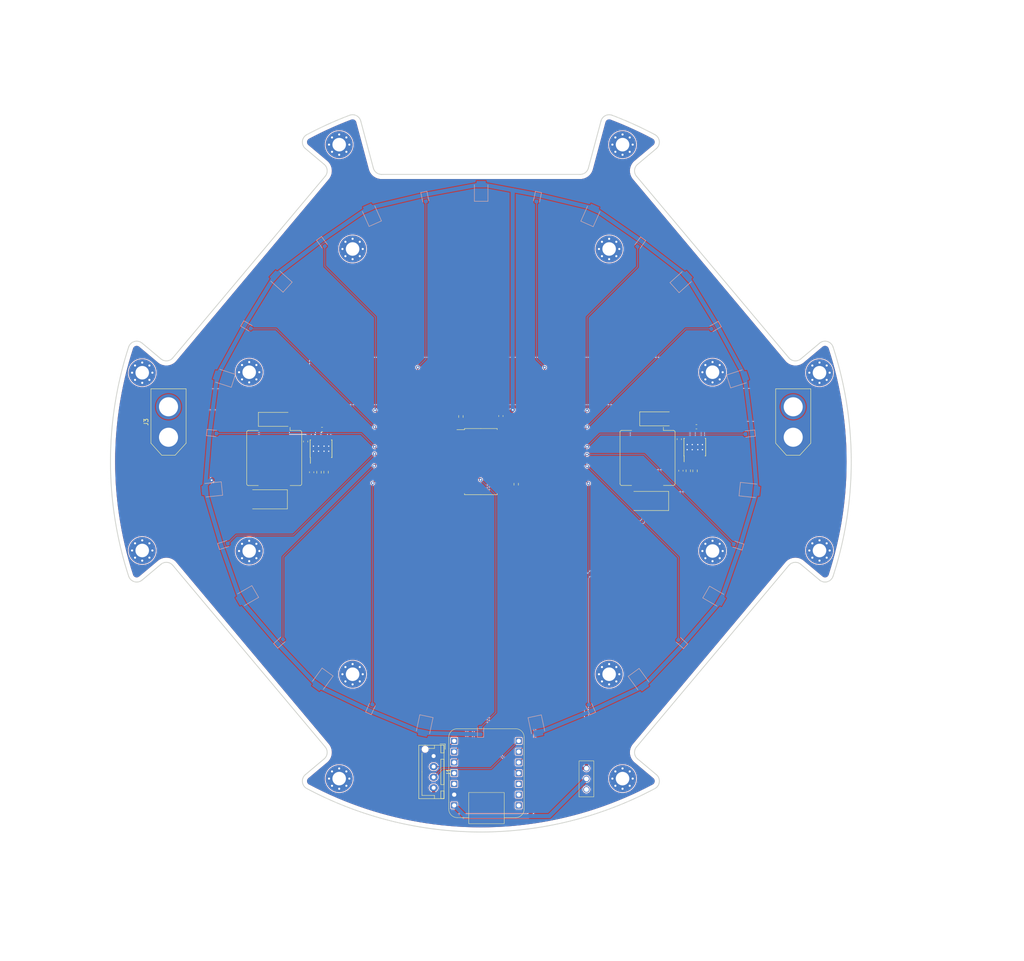
<source format=kicad_pcb>
(kicad_pcb (version 20240108) (generator "pcbnew") (generator_version "8.0")
  (layers (0 "F.Cu" signal) (31 "B.Cu" signal) (34 "B.Paste" user) (35 "F.Paste" user) (36 "B.SilkS" user "B.Silkscreen") (37 "F.SilkS" user "F.Silkscreen") (38 "B.Mask" user) (39 "F.Mask" user) (44 "Edge.Cuts" user))
  (net 0 "")
  (net 1 "+3V3")
  (net 2 "GND")
  (net 3 "Net-(U2-I3)")
  (net 4 "Net-(U2-I0)")
  (net 5 "Net-(U2-I1)")
  (net 6 "Net-(U2-I2)")
  (net 7 "Net-(U2-I4)")
  (net 8 "Net-(U2-I5)")
  (net 9 "Net-(U2-I6)")
  (net 10 "Net-(U2-I7)")
  (net 11 "Net-(U2-I8)")
  (net 12 "Net-(U2-I9)")
  (net 13 "Net-(U2-I10)")
  (net 14 "Net-(U2-I11)")
  (net 15 "Net-(U2-I12)")
  (net 16 "Net-(U2-I13)")
  (net 17 "Net-(U2-I14)")
  (net 18 "/M1")
  (net 19 "Net-(U2-~{E})")
  (net 21 "/ESP32C3 PWR")
  (net 40 "/S3")
  (net 41 "/S2")
  (net 42 "/S1")
  (net 43 "/S0")
  (net 45 "+12V")
  (net 46 "Net-(U4-BOOT)")
  (net 47 "Net-(D17-K)")
  (net 48 "Net-(U3-VSENSE)")
  (net 49 "Net-(U4-VSENSE)")
  (net 53 "+5V")
  (net 54 "Net-(U3-BOOT)")
  (net 55 "Net-(D16-K)")
  (net 59 "unconnected-(U1-D0-Pad0)")
  (net 60 "unconnected-(U1-D1-Pad1)")
  (net 61 "unconnected-(U1-D2-Pad2)")
  (net 190 "/RXL2")
  (net 191 "/TXL2")
  (footprint "Resistor_SMD:R_0603_1608Metric_Pad0.98x0.95mm_HandSolder" (layer "F.Cu") (at 68.44 107.49 -90)
    (property "Reference" "R19" (hide yes))
    (property "Value" "5k9" (hide yes))
  )
  (footprint "MountingHole:MountingHole_3.2mm_M3_Pad_Via" (layer "F.Cu") (at 71.53 179.89)
    (property "Reference" "H13" (hide yes))
    (property "Value" "MountingHole_Pad" (hide yes))
  )
  (footprint "MountingHole:MountingHole_3.2mm_M3_Pad_Via" (layer "F.Cu") (at 25 126)
    (property "Reference" "H10" (hide yes))
    (property "Value" "MountingHole_Pad" (hide yes))
  )
  (footprint "MountingHole:MountingHole_3.2mm_M3_Pad_Via" (layer "F.Cu") (at 185 84)
    (property "Reference" "H2" (hide yes))
    (property "Value" "MountingHole_Pad" (hide yes))
  )
  (footprint "MountingHole:MountingHole_3.2mm_M3_Pad_Via" (layer "F.Cu") (at 50.271569 126.119868)
    (property "Reference" "H11" (hide yes))
    (property "Value" "MountingHole_Pad" (hide yes))
  )
  (footprint "Capacitor_SMD:C_0603_1608Metric_Pad1.08x0.95mm_HandSolder" (layer "F.Cu") (at 65.03 107.51 90)
    (property "Reference" "C4" (hide yes))
    (property "Value" "0u1" (hide yes))
  )
  (footprint "MountingHole:MountingHole_3.2mm_M3_Pad_Via" (layer "F.Cu") (at 138.47 179.89)
    (property "Reference" "H14" (hide yes))
    (property "Value" "MountingHole_Pad" (hide yes))
  )
  (footprint "MountingHole:MountingHole_3.2mm_M3_Pad_Via" (layer "F.Cu") (at 159.728431 126.119868)
    (property "Reference" "H16" (hide yes))
    (property "Value" "MountingHole_Pad" (hide yes))
  )
  (footprint "Capacitor_Tantalum_SMD:CP_EIA-7343-15_Kemet-W_Pad2.25x2.55mm_HandSolder" (layer "F.Cu") (at 54.71 113.91 180)
    (property "Reference" "C3" (hide yes))
    (property "Value" "220u" (hide yes))
  )
  (footprint "MountingHole:MountingHole_3.2mm_M3_Pad_Via" (layer "F.Cu") (at 159.728431 83.880132)
    (property "Reference" "H3" (hide yes))
    (property "Value" "MountingHole_Pad" (hide yes))
  )
  (footprint "Inductor_SMD:L_Bourns_SRR1208_12.7x12.7mm" (layer "F.Cu") (at 144.372701 104.129248 -90)
    (property "Reference" "L2" (hide yes))
    (property "Value" "15uH" (hide yes))
  )
  (footprint "Connector_AMASS:AMASS_XT60-M_1x02_P7.20mm_Vertical" (layer "F.Cu") (at 31.21 99.25 90)
    (property "Reference" "J3")
    (property "Value" "Conn_01x02")
  )
  (footprint "Connector_JST:JST_XH_B4B-XH-AM_1x04_P2.50mm_Vertical" (layer "F.Cu") (at 93.84 174.56 -90)
    (property "Reference" "J1")
    (property "Value" "Conn_01x04")
  )
  (footprint "MountingHole:MountingHole_3.2mm_M3_Pad_Via" (layer "F.Cu") (at 74.697498 54.770443)
    (property "Reference" "H7" (hide yes))
    (property "Value" "MountingHole_Pad" (hide yes))
  )
  (footprint "Board:xiao-esp32c3" (layer "F.Cu") (at 106.32 178.6 180)
    (property "Reference" "U1" (hide yes))
    (property "Value" "~" (hide yes))
  )
  (footprint "MountingHole:MountingHole_3.2mm_M3_Pad_Via" (layer "F.Cu") (at 185 126)
    (property "Reference" "H1" (hide yes))
    (property "Value" "MountingHole_Pad" (hide yes))
  )
  (footprint "Connector_AMASS:AMASS_XT60-M_1x02_P7.20mm_Vertical" (layer "F.Cu") (at 178.79 99.25 90)
    (property "Reference" "J2" (hide yes))
    (property "Value" "Conn_01x02" (hide yes))
  )
  (footprint "Button_Switch_THT:SS12D00G3-2.5mm" (layer "F.Cu") (at 129.94 179.95 -90)
    (property "Reference" "SW1" (hide yes))
    (property "Value" "SW_SPDT" (hide yes))
  )
  (footprint "Resistor_SMD:R_0603_1608Metric_Pad0.98x0.95mm_HandSolder" (layer "F.Cu") (at 155.602701 107.189248 -90)
    (property "Reference" "R21" (hide yes))
    (property "Value" "3k24" (hide yes))
  )
  (footprint "MountingHole:MountingHole_3.2mm_M3_Pad_Via" (layer "F.Cu") (at 138.47 30.12)
    (property "Reference" "H5" (hide yes))
    (property "Value" "MountingHole_Pad" (hide yes))
  )
  (footprint "Resistor_SMD:R_0603_1608Metric_Pad0.98x0.95mm_HandSolder" (layer "F.Cu") (at 66.76 107.51 90)
    (property "Reference" "R18" (hide yes))
    (property "Value" "10k" (hide yes))
  )
  (footprint "MountingHole:MountingHole_3.2mm_M3_Pad_Via" (layer "F.Cu") (at 135.302502 155.229557)
    (property "Reference" "H15" (hide yes))
    (property "Value" "MountingHole_Pad" (hide yes))
  )
  (footprint "Package_SO:TI_SO-PowerPAD-8_ThermalVias" (layer "F.Cu") (at 67.25 101.95 90)
    (property "Reference" "U3" (hide yes))
    (property "Value" "TPS5430DDA" (hide yes))
  )
  (footprint "Resistor_SMD:R_0603_1608Metric_Pad0.98x0.95mm_HandSolder" (layer "F.Cu") (at 113.35 110.34 -90)
    (property "Reference" "R17" (hide yes))
    (property "Value" "10k" (hide yes))
  )
  (footprint "Capacitor_SMD:C_0603_1608Metric_Pad1.08x0.95mm_HandSolder" (layer "F.Cu") (at 109.728 94.234 90)
    (property "Reference" "C6" (hide yes))
    (property "Value" "0.1u" (hide yes))
  )
  (footprint "Capacitor_SMD:C_0603_1608Metric_Pad1.08x0.95mm_HandSolder" (layer "F.Cu") (at 67.47 97.41)
    (property "Reference" "C1" (hide yes))
    (property "Value" "10u" (hide yes))
  )
  (footprint "MountingHole:MountingHole_3.2mm_M3_Pad_Via" (layer "F.Cu") (at 71.53 30.12)
    (property "Reference" "H6" (hide yes))
    (property "Value" "MountingHole_Pad" (hide yes))
  )
  (footprint "MountingHole:MountingHole_3.2mm_M3_Pad_Via" (layer "F.Cu") (at 74.697498 155.229557)
    (property "Reference" "H12" (hide yes))
    (property "Value" "MountingHole_Pad" (hide yes))
  )
  (footprint "MountingHole:MountingHole_3.2mm_M3_Pad_Via" (layer "F.Cu") (at 25 84)
    (property "Reference" "H9" (hide yes))
    (property "Value" "MountingHole_Pad" (hide yes))
  )
  (footprint "Capacitor_SMD:C_0603_1608Metric_Pad1.08x0.95mm_HandSolder" (layer "F.Cu") (at 63.6 100.25 90)
    (property "Reference" "C2" (hide yes))
    (property "Value" "10n" (hide yes))
  )
  (footprint "MountingHole:MountingHole_3.2mm_M3_Pad_Via" (layer "F.Cu") (at 50.271569 83.880132)
    (property "Reference" "H8" (hide yes))
    (property "Value" "MountingHole_Pad" (hide yes))
  )
  (footprint "Resistor_SMD:R_0603_1608Metric_Pad0.98x0.95mm_HandSolder" (layer "F.Cu") (at 100.28 94.3375 90)
    (property "Reference" "R16" (hide yes))
    (property "Value" "3k24" (hide yes))
  )
  (footprint "MountingHole:MountingHole_3.2mm_M3_Pad_Via" (layer "F.Cu") (at 135.302502 54.770443)
    (property "Reference" "H4" (hide yes))
    (property "Value" "MountingHole_Pad" (hide yes))
  )
  (footprint "Capacitor_SMD:C_0603_1608Metric_Pad1.08x0.95mm_HandSolder" (layer "F.Cu") (at 152.252701 107.149248 90)
    (property "Reference" "C9" (hide yes))
    (property "Value" "0u1" (hide yes))
  )
  (footprint "Capacitor_Tantalum_SMD:CP_EIA-7343-15_Kemet-W_Pad2.25x2.55mm_HandSolder" (layer "F.Cu") (at 144.772701 114.299248 180)
    (property "Reference" "C8" (hide yes))
    (property "Value" "220u" (hide yes))
  )
  (footprint "Package_SO:TI_SO-PowerPAD-8_ThermalVias" (layer "F.Cu") (at 155.542701 101.579248 90)
    (property "Reference" "U4" (hide yes))
    (property "Value" "TPS5430DDA" (hide yes))
  )
  (footprint "Capacitor_SMD:C_0603_1608Metric_Pad1.08x0.95mm_HandSolder" (layer "F.Cu") (at 155.922701 96.769248)
    (property "Reference" "C5" (hide yes))
    (property "Value" "10u" (hide yes))
  )
  (footprint "Inductor_SMD:L_Bourns_SRR1208_12.7x12.7mm" (layer "F.Cu") (at 56.18 104.15 -90)
    (property "Reference" "L1" (hide yes))
    (property "Value" "15uH" (hide yes))
  )
  (footprint "Capacitor_SMD:C_0603_1608Metric_Pad1.08x0.95mm_HandSolder" (layer "F.Cu") (at 151.872701 99.699248 90)
    (property "Reference" "C7" (hide yes))
    (property "Value" "10n" (hide yes))
  )
  (footprint "Diode_SMD:D_SMA_Handsoldering" (layer "F.Cu") (at 147.032701 94.899248)
    (property "Reference" "D17" (hide yes))
    (property "Value" "SS54" (hide yes))
  )
  (footprint "Resistor_SMD:R_0603_1608Metric_Pad0.98x0.95mm_HandSolder" (layer "F.Cu") (at 154.002701 107.169248 90)
    (property "Reference" "R20" (hide yes))
    (property "Value" "10k" (hide yes))
  )
  (footprint "Diode_SMD:D_SMA_Handsoldering" (layer "F.Cu") (at 56.96 95.02)
    (property "Reference" "D16" (hide yes))
    (property "Value" "SS54" (hide yes))
  )
  (footprint "Package_SO:SOIC-24W_7.5x15.4mm_P1.27mm" (layer "F.Cu") (at 105 105)
    (property "Reference" "U2" (hide yes))
    (property "Value" "CD74HC4067M" (hide yes))
  )
  (footprint "LED_SMD:LED_0603_1608Metric" (layer "B.Cu") (at 79.051332 163.109561 66)
    (property "Reference" "R2" (hide yes))
    (property "Value" "R_Photo" (hide yes))
  )
  (footprint "LED_SMD:LED_0603_1608Metric" (layer "B.Cu") (at 67.649978 53.473014 -54)
    (property "Reference" "R7" (hide yes))
    (property "Value" "R_Photo" (hide yes))
  )
  (footprint "LED_SMD:LED_PLCC_2835_Handsoldering" (layer "B.Cu") (at 41.342759 111.615233 -174)
    (property "Reference" "D14" (hide yes))
    (property "Value" "LED" (hide yes))
  )
  (footprint "LED_SMD:LED_0603_1608Metric" (layer "B.Cu") (at 160.148857 73.240622 -150)
    (property "Reference" "R11" (hide yes))
    (property "Value" "R_Photo" (hide yes))
  )
  (footprint "LED_SMD:LED_0603_1608Metric" (layer "B.Cu") (at 41.715944 98.278192 -6)
    (property "Reference" "R5" (hide yes))
    (property "Value" "R_Photo" (hide yes))
  )
  (footprint "LED_SMD:LED_PLCC_2835_Handsoldering" (layer "B.Cu") (at 118.232988 167.61704 -78)
    (property "Reference" "D3" (hide yes))
    (property "Value" "LED" (hide yes))
  )
  (footprint "LED_SMD:LED_0603_1608Metric" (layer "B.Cu") (at 49.921143 73.119378 -30)
    (property "Reference" "R6" (hide yes))
    (property "Value" "R_Photo" (hide yes))
  )
  (footprint "LED_SMD:LED_PLCC_2835_Handsoldering" (layer "B.Cu") (at 79.03737 46.502586 114)
    (property "Reference" "D11" (hide yes))
    (property "Value" "LED" (hide yes))
  )
  (footprint "LED_SMD:LED_PLCC_2835_Handsoldering" (layer "B.Cu") (at 142.55758 156.821171 -54)
    (property "Reference" "D4" (hide yes))
    (property "Value" "LED" (hide yes))
  )
  (footprint "LED_SMD:LED_PLCC_2835_Handsoldering" (layer "B.Cu") (at 152.611453 62.231377 42)
    (property "Reference" "D8" (hide yes))
    (property "Value" "LED" (hide yes))
  )
  (footprint "LED_SMD:LED_0603_1608Metric" (layer "B.Cu") (at 152.246898 147.635492 138)
    (property "Reference" "R14" (hide yes))
    (property "Value" "R_Photo" (hide yes))
  )
  (footprint "LED_SMD:LED_0603_1608Metric" (layer "B.Cu") (at 57.659424 147.531452 42)
    (property "Reference" "R3" (hide yes))
    (property "Value" "R_Photo" (hide yes))
  )
  (footprint "LED_SMD:LED_PLCC_2835_Handsoldering" (layer "B.Cu") (at 44.155559 85.151584 162)
    (property "Reference" "D13" (hide yes))
    (property "Value" "LED" (hide yes))
  )
  (footprint "LED_SMD:LED_PLCC_2835_Handsoldering" (layer "B.Cu") (at 131.099661 46.563596 66)
    (property "Reference" "D9" (hide yes))
    (property "Value" "LED" (hide yes))
  )
  (footprint "LED_SMD:LED_PLCC_2835_Handsoldering" (layer "B.Cu") (at 105.075 41 90)
    (property "Reference" "D10" (hide yes))
    (property "Value" "LED" (hide yes))
  )
  (footprint "LED_SMD:LED_PLCC_2835_Handsoldering" (layer "B.Cu") (at 168.641562 111.76441 -6)
    (property "Reference" "D6" (hide yes))
    (property "Value" "LED" (hide yes))
  )
  (footprint "LED_SMD:LED_0603_1608Metric" (layer "B.Cu") (at 44.453132 124.599268 18)
    (property "Reference" "R4" (hide yes))
    (property "Value" "R_Photo" (hide yes))
  )
  (footprint "LED_SMD:LED_PLCC_2835_Handsoldering" (layer "B.Cu") (at 49.536874 136.935048 -150)
    (property "Reference" "D15" (hide yes))
    (property "Value" "LED" (hide yes))
  )
  (footprint "LED_SMD:LED_PLCC_2835_Handsoldering" (layer "B.Cu") (at 91.620291 167.585853 -102)
    (property "Reference" "D2" (hide yes))
    (property "Value" "LED" (hide yes))
  )
  (footprint "LED_SMD:LED_0603_1608Metric" (layer "B.Cu") (at 165.503606 124.732415 162)
    (property "Reference" "R13" (hide yes))
    (property "Value" "R_Photo" (hide yes))
  )
  (footprint "LED_SMD:LED_0603_1608Metric" (layer "B.Cu") (at 91.83697 42.736133 -78)
    (property "Reference" "R8" (hide yes))
    (property "Value" "R_Photo" (hide yes))
  )
  (footprint "LED_SMD:LED_0603_1608Metric" (layer "B.Cu") (at 142.463285 53.555303 -126)
    (property "Reference" "R10" (hide yes))
    (property "Value" "R_Photo" (hide yes))
  )
  (footprint "LED_SMD:LED_0603_1608Metric" (layer "B.Cu") (at 118.29997 42.765241 -102)
    (property "Reference" "R9" (hide yes))
    (property "Value" "R_Photo" (hide yes))
  )
  (footprint "LED_SMD:LED_0603_1608Metric" (layer "B.Cu") (at 104.93 168.64 90)
    (property "Reference" "R1" (hide yes))
    (property "Value" "R_Photo" (hide yes))
  )
  (footprint "LED_SMD:LED_PLCC_2835_Handsoldering" (layer "B.Cu") (at 67.321068 156.733004 -126)
    (property "Reference" "D1" (hide yes))
    (property "Value" "LED" (hide yes))
  )
  (footprint "LED_SMD:LED_PLCC_2835_Handsoldering" (layer "B.Cu") (at 160.388126 137.064951 -30)
    (property "Reference" "D5" (hide yes))
    (property "Value" "LED" (hide yes))
  )
  (footprint "LED_SMD:LED_PLCC_2835_Handsoldering" (layer "B.Cu") (at 165.890793 85.294241 18)
    (property "Reference" "D7" (hide yes))
    (property "Value" "LED" (hide yes))
  )
  (footprint "LED_SMD:LED_PLCC_2835_Handsoldering" (layer "B.Cu") (at 57.488916 62.119906 138)
    (property "Reference" "D12" (hide yes))
    (property "Value" "LED" (hide yes))
  )
  (footprint "LED_SMD:LED_0603_1608Metric" (layer "B.Cu") (at 168.29869 98.417425 -174)
    (property "Reference" "R12" (hide yes))
    (property "Value" "R_Photo" (hide yes))
  )
  (footprint "LED_SMD:LED_0603_1608Metric" (layer "B.Cu") (at 130.820772 163.166504 114)
    (property "Reference" "R15" (hide yes))
    (property "Value" "R_Photo" (hide yes))
  )
  (gr_arc (start 81.534654 37.147451) (mid 80.317165 36.734136) (end 79.602802 35.665089) (stroke (width 0.2)) (layer "Edge.Cuts"))
  (gr_line (start 177.770231 80.48993) (end 141.774125 37.591442) (stroke (width 0.2)) (layer "Edge.Cuts"))
  (gr_arc (start 142.020638 175.226223) (mid 141.31382 173.868444) (end 141.774125 172.408558) (stroke (width 0.2)) (layer "Edge.Cuts"))
  (gr_arc (start 177.770231 129.51007) (mid 179.128003 128.803254) (end 180.587895 129.263556) (stroke (width 0.2)) (layer "Edge.Cuts"))
  (gr_line (start 79.602802 35.665089) (end 76.620669 24.535616) (stroke (width 0.2)) (layer "Edge.Cuts"))
  (gr_arc (start 133.379331 24.535616) (mid 134.399538 23.273135) (end 136.020216 23.183155) (stroke (width 0.2)) (layer "Edge.Cuts"))
  (gr_line (start 133.379331 24.535616) (end 130.397198 35.665089) (stroke (width 0.2)) (layer "Edge.Cuts"))
  (gr_line (start 24.979868 132.982645) (end 29.412105 129.263556) (stroke (width 0.2)) (layer "Edge.Cuts"))
  (gr_arc (start 146.106887 182.242954) (mid 105 192.5) (end 63.893113 182.242954) (stroke (width 0.2)) (layer "Edge.Cuts"))
  (gr_arc (start 63.893113 27.757046) (mid 68.864009 25.310351) (end 73.979784 23.183155) (stroke (width 0.2)) (layer "Edge.Cuts"))
  (gr_arc (start 29.412105 129.263556) (mid 30.871999 128.803231) (end 32.229769 129.51007) (stroke (width 0.2)) (layer "Edge.Cuts"))
  (gr_line (start 146.452876 178.945311) (end 142.020638 175.226223) (stroke (width 0.2)) (layer "Edge.Cuts"))
  (gr_line (start 29.412105 80.736444) (end 24.979868 77.017355) (stroke (width 0.2)) (layer "Edge.Cuts"))
  (gr_line (start 185.020132 77.017355) (end 180.587895 80.736444) (stroke (width 0.2)) (layer "Edge.Cuts"))
  (gr_arc (start 73.979784 23.183155) (mid 75.600465 23.273128) (end 76.620669 24.535616) (stroke (width 0.2)) (layer "Edge.Cuts"))
  (gr_arc (start 32.229769 80.48993) (mid 30.871997 81.196746) (end 29.412105 80.736444) (stroke (width 0.2)) (layer "Edge.Cuts"))
  (gr_arc (start 141.774125 37.591442) (mid 141.313845 36.131567) (end 142.020638 34.773777) (stroke (width 0.2)) (layer "Edge.Cuts"))
  (gr_line (start 142.020638 34.773777) (end 146.452876 31.054689) (stroke (width 0.2)) (layer "Edge.Cuts"))
  (gr_line (start 141.774125 172.408558) (end 177.770231 129.51007) (stroke (width 0.2)) (layer "Edge.Cuts"))
  (gr_arc (start 146.106887 27.757046) (mid 147.156383 29.313905) (end 146.452876 31.054689) (stroke (width 0.2)) (layer "Edge.Cuts"))
  (gr_arc (start 185.020132 77.017355) (mid 186.856634 76.626817) (end 188.207595 77.930718) (stroke (width 0.2)) (layer "Edge.Cuts"))
  (gr_line (start 128.465346 37.147451) (end 81.534654 37.147451) (stroke (width 0.2)) (layer "Edge.Cuts"))
  (gr_arc (start 67.979362 34.773777) (mid 68.686205 36.131563) (end 68.225875 37.591442) (stroke (width 0.2)) (layer "Edge.Cuts"))
  (gr_arc (start 24.979868 132.982645) (mid 23.143375 133.373184) (end 21.792405 132.069282) (stroke (width 0.2)) (layer "Edge.Cuts"))
  (gr_line (start 68.225875 37.591442) (end 32.229769 80.48993) (stroke (width 0.2)) (layer "Edge.Cuts"))
  (gr_line (start 32.229769 129.51007) (end 68.225875 172.408558) (stroke (width 0.2)) (layer "Edge.Cuts"))
  (gr_arc (start 21.792405 77.930718) (mid 23.143367 76.626786) (end 24.979868 77.017355) (stroke (width 0.2)) (layer "Edge.Cuts"))
  (gr_arc (start 180.587895 80.736444) (mid 179.128001 81.196769) (end 177.770231 80.48993) (stroke (width 0.2)) (layer "Edge.Cuts"))
  (gr_line (start 180.587895 129.263556) (end 185.020132 132.982645) (stroke (width 0.2)) (layer "Edge.Cuts"))
  (gr_arc (start 188.207595 132.069282) (mid 186.856633 133.373214) (end 185.020132 132.982645) (stroke (width 0.2)) (layer "Edge.Cuts"))
  (gr_line (start 67.979362 175.226223) (end 63.547124 178.945311) (stroke (width 0.2)) (layer "Edge.Cuts"))
  (gr_line (start 63.547124 31.054689) (end 67.979362 34.773777) (stroke (width 0.2)) (layer "Edge.Cuts"))
  (gr_arc (start 146.452876 178.945311) (mid 147.156382 180.686095) (end 146.106887 182.242954) (stroke (width 0.2)) (layer "Edge.Cuts"))
  (gr_arc (start 68.225875 172.408558) (mid 68.686155 173.868433) (end 67.979362 175.226223) (stroke (width 0.2)) (layer "Edge.Cuts"))
  (gr_arc (start 21.792405 132.069282) (mid 17.500001 105) (end 21.792405 77.930718) (stroke (width 0.2)) (layer "Edge.Cuts"))
  (gr_arc (start 136.020216 23.183155) (mid 141.135991 25.310352) (end 146.106887 27.757046) (stroke (width 0.2)) (layer "Edge.Cuts"))
  (gr_arc (start 188.207595 77.930718) (mid 192.499999 105) (end 188.207595 132.069282) (stroke (width 0.2)) (layer "Edge.Cuts"))
  (gr_arc (start 63.547124 31.054689) (mid 62.843618 29.313905) (end 63.893113 27.757046) (stroke (width 0.2)) (layer "Edge.Cuts"))
  (gr_arc (start 63.893113 182.242954) (mid 62.843617 180.686095) (end 63.547124 178.945311) (stroke (width 0.2)) (layer "Edge.Cuts"))
  (gr_arc (start 130.397198 35.665089) (mid 129.682884 36.7342) (end 128.465346 37.147451) (stroke (width 0.2)) (layer "Edge.Cuts"))
  (segment (start 41.64 109.15) (end 41.395 109.395) (width 1) (layer "F.Cu") (net 1))
  (segment (start 57.91 113.91) (end 57.91 110.88) (width 1) (layer "F.Cu") (net 1))
  (segment (start 64.2525 109.15) (end 65.03 108.3725) (width 1) (layer "F.Cu") (net 1))
  (segment (start 41.395 109.395) (end 41.35 109.44) (width 1) (layer "F.Cu") (net 1))
  (segment (start 65.03 108.3725) (end 66.71 108.3725) (width 1) (layer "F.Cu") (net 1))
  (segment (start 109.728 95.0965) (end 110.203 95.0965) (width 1) (layer "F.Cu") (net 1))
  (segment (start 110.203 95.0965) (end 112.52 92.7795) (width 1) (layer "F.Cu") (net 1))
  (segment (start 56.18 109.15) (end 64.2525 109.15) (width 1) (layer "F.Cu") (net 1))
  (segment (start 56.18 109.15) (end 41.64 109.15) (width 1) (layer "F.Cu") (net 1))
  (segment (start 109.728 95.0965) (end 109.728 97.937) (width 1) (layer "F.Cu") (net 1))
  (segment (start 109.728 97.937) (end 109.65 98.015) (width 1) (layer "F.Cu") (net 1))
  (via (at 112.52 92.7795) (size 0.8) (drill 0.4) (layers "F.Cu" "B.Cu") (net 1))
  (via (at 41.395 109.395) (size 0.8) (drill 0.4) (layers "F.Cu" "B.Cu") (net 1))
  (segment (start 118.4637 41.99495) (end 131.719934 45.170439) (width 1) (layer "B.Cu") (net 1))
  (segment (start 46.110286 78.450286) (end 42.705198 84.680333) (width 1) (layer "B.Cu") (net 1))
  (segment (start 108.5 40.119635) (end 105.075 39.475) (width 1) (layer "B.Cu") (net 1))
  (segment (start 153.744749 61.210953) (end 142.926166 52.918202) (width 1) (layer "B.Cu") (net 1))
  (segment (start 91.303226 169.077528) (end 104.93 169.4275) (width 1) (layer "B.Cu") (net 1))
  (segment (start 39.826113 110.668579) (end 39.826113 111.774639) (width 1) (layer "B.Cu") (net 1))
  (segment (start 43.704175 124.842619) (end 48.216185 137.697548) (width 1) (layer "B.Cu") (net 1))
  (segment (start 67.187097 52.835913) (end 56.35562 61.099482) (width 1) (layer "B.Cu") (net 1))
  (segment (start 39.540752 112.06) (end 39.826113 111.774639) (width 1) (layer "B.Cu") (net 1))
  (segment (start 78.417097 45.109429) (end 67.187097 52.835913) (width 1) (layer "B.Cu") (net 1))
  (segment (start 42.705198 84.680333) (end 40.932758 98.195876) (width 1) (layer "B.Cu") (net 1))
  (segment (start 39.826113 111.774639) (end 43.704175 124.842619) (width 1) (layer "B.Cu") (net 1))
  (segment (start 131.141077 163.885921) (end 143.453953 158.054922) (width 1) (layer "B.Cu") (net 1))
  (segment (start 160.830852 72.846872) (end 153.744749 61.210953) (width 1) (layer "B.Cu") (net 1))
  (segment (start 170.158208 111.923816) (end 169.081876 98.335109) (width 1) (layer "B.Cu") (net 1))
  (segment (start 161.708815 137.827451) (end 166.252563 124.975766) (width 1) (layer "B.Cu") (net 1))
  (segment (start 112.52 92.7795) (end 112.52 40.892494) (width 1) (layer "B.Cu") (net 1))
  (segment (start 142.926166 52.918202) (end 131.719934 45.170439) (width 1) (layer "B.Cu") (net 1))
  (segment (start 41.395 109.395) (end 41.099692 109.395) (width 1) (layer "B.Cu") (net 1))
  (segment (start 112.5 40.872494) (end 108.5 40.119635) (width 1) (layer "B.Cu") (net 1))
  (segment (start 112.52 40.892494) (end 112.5 40.872494) (width 1) (layer "B.Cu") (net 1))
  (segment (start 48.216185 137.697548) (end 57.074197 148.058392) (width 1) (layer "B.Cu") (net 1))
  (segment (start 118.4637 41.99495) (end 112.5 40.872494) (width 1) (layer "B.Cu") (net 1))
  (segment (start 169.081876 98.335109) (end 167.341154 84.82299) (width 1) (layer "B.Cu") (net 1))
  (segment (start 118.550053 169.108715) (end 131.141077 163.885921) (width 1) (layer "B.Cu") (net 1))
  (segment (start 152.832125 148.162432) (end 161.708815 137.827451) (width 1) (layer "B.Cu") (net 1))
  (segment (start 78.731027 163.828978) (end 91.303226 169.077528) (width 1) (layer "B.Cu") (net 1))
  (segment (start 57.074197 148.058392) (end 66.424695 157.966755) (width 1) (layer "B.Cu") (net 1))
  (segment (start 91.67324 41.965842) (end 78.417097 45.109429) (width 1) (layer "B.Cu") (net 1))
  (segment (start 40.932758 98.195876) (end 39.826113 111.774639) (width 1) (layer "B.Cu") (net 1))
  (segment (start 66.424695 157.966755) (end 78.731027 163.828978) (width 1) (layer "B.Cu") (net 1))
  (segment (start 167.341154 84.82299) (end 160.830852 72.846872) (width 1) (layer "B.Cu") (net 1))
  (segment (start 41.099692 109.395) (end 39.826113 110.668579) (width 1) (layer "B.Cu") (net 1))
  (segment (start 56.35562 61.099482) (end 49.239148 72.725628) (width 1) (layer "B.Cu") (net 1))
  (segment (start 166.252563 124.975766) (end 170.158208 111.923816) (width 1) (layer "B.Cu") (net 1))
  (segment (start 143.453953 158.054922) (end 152.832125 148.162432) (width 1) (layer "B.Cu") (net 1))
  (segment (start 105.075 39.475) (end 91.67324 41.965842) (width 1) (layer "B.Cu") (net 1))
  (segment (start 49.239148 72.725628) (end 46.110286 78.450286) (width 1) (layer "B.Cu") (net 1))
  (segment (start 40.932758 97.718259) (end 40.932758 98.195876) (width 1) (layer "B.Cu") (net 1))
  (segment (start 80.931738 104.231853) (end 100.306738 104.231853) (width 0.25) (layer "F.Cu") (net 3))
  (segment (start 79.876738 103.176853) (end 80.931738 104.231853) (width 0.25) (layer "F.Cu") (net 3))
  (via (at 79.876738 103.176853) (size 0.8) (drill 0.4) (layers "F.Cu" "B.Cu") (net 3))
  (segment (start 79.876738 103.176853) (end 79.866738 103.146853) (width 0.25) (layer "B.Cu") (net 3))
  (segment (start 60.703591 122.35) (end 79.876738 103.176853) (width 0.25) (layer "B.Cu") (net 3))
  (segment (start 45.202089 124.355917) (end 47.208006 122.35) (width 0.25) (layer "B.Cu") (net 3))
  (segment (start 47.208006 122.35) (end 60.703591 122.35) (width 0.25) (layer "B.Cu") (net 3))
  (segment (start 103.815 108.175) (end 100.35 108.175) (width 0.25) (layer "F.Cu") (net 4))
  (segment (start 104.93 109.29) (end 103.815 108.175) (width 0.25) (layer "F.Cu") (net 4))
  (via (at 104.93 109.29) (size 0.8) (drill 0.4) (layers "F.Cu" "B.Cu") (net 4))
  (segment (start 104.93 167.8525) (end 108.525 164.2575) (width 0.25) (layer "B.Cu") (net 4))
  (segment (start 108.525 112.885) (end 104.93 109.29) (width 0.25) (layer "B.Cu") (net 4))
  (segment (start 108.525 164.2575) (end 108.525 112.885) (width 0.25) (layer "B.Cu") (net 4))
  (segment (start 79.452104 110.083057) (end 82.687104 106.848057) (width 0.25) (layer "F.Cu") (net 5))
  (segment (start 82.687104 106.848057) (end 100.222104 106.848057) (width 0.25) (layer "F.Cu") (net 5))
  (via (at 79.452104 110.083057) (size 0.8) (drill 0.4) (layers "F.Cu" "B.Cu") (net 5))
  (segment (start 79.422104 110.083057) (end 79.452104 110.083057) (width 0.25) (layer "B.Cu") (net 5))
  (segment (start 79.371637 162.390144) (end 79.371637 110.133524) (width 0.25) (layer "B.Cu") (net 5))
  (segment (start 79.452104 110.083057) (end 79.452104 110.053057) (width 0.25) (layer "B.Cu") (net 5))
  (segment (start 79.371637 110.133524) (end 79.422104 110.083057) (width 0.25) (layer "B.Cu") (net 5))
  (segment (start 79.452104 110.053057) (end 79.472104 110.033057) (width 0.25) (layer "B.Cu") (net 5))
  (segment (start 79.806322 105.98596) (end 80.261322 105.53096) (width 0.25) (layer "F.Cu") (net 6))
  (segment (start 80.261322 105.53096) (end 100.256322 105.53096) (width 0.25) (layer "F.Cu") (net 6))
  (via (at 79.806322 105.98596) (size 0.8) (drill 0.4) (layers "F.Cu" "B.Cu") (net 6))
  (segment (start 58.244651 147.004512) (end 58.244651 127.507631) (width 0.25) (layer "B.Cu") (net 6))
  (segment (start 58.244651 127.507631) (end 79.766322 105.98596) (width 0.25) (layer "B.Cu") (net 6))
  (segment (start 79.766322 105.98596) (end 79.806322 105.98596) (width 0.25) (layer "B.Cu") (net 6))
  (segment (start 79.806322 105.94596) (end 79.816322 105.93596) (width 0.25) (layer "B.Cu") (net 6))
  (segment (start 79.806322 105.98596) (end 79.806322 105.94596) (width 0.25) (layer "B.Cu") (net 6))
  (segment (start 79.9 101.49) (end 81.505 103.095) (width 0.25) (layer "F.Cu") (net 7))
  (segment (start 81.505 103.095) (end 100.35 103.095) (width 0.25) (layer "F.Cu") (net 7))
  (via (at 79.9 101.49) (size 0.8) (drill 0.4) (layers "F.Cu" "B.Cu") (net 7))
  (segment (start 79.9 101.54) (end 79.8 101.44) (width 0.25) (layer "B.Cu") (net 7))
  (segment (start 79.9 101.49) (end 79.9 101.54) (width 0.25) (layer "B.Cu") (net 7))
  (segment (start 79.85 101.49) (end 76.720508 98.360508) (width 0.25) (layer "B.Cu") (net 7))
  (segment (start 79.9 101.49) (end 79.85 101.49) (width 0.25) (layer "B.Cu") (net 7))
  (segment (start 76.720508 98.360508) (end 42.49913 98.360508) (width 0.25) (layer "B.Cu") (net 7))
  (segment (start 84.865 101.825) (end 100.35 101.825) (width 0.25) (layer "F.Cu") (net 8))
  (segment (start 79.87 96.83) (end 84.865 101.825) (width 0.25) (layer "F.Cu") (net 8))
  (via (at 79.87 96.83) (size 0.8) (drill 0.4) (layers "F.Cu" "B.Cu") (net 8))
  (segment (start 79.87 96.83) (end 79.87 96.88) (width 0.25) (layer "B.Cu") (net 8))
  (segment (start 79.82 96.83) (end 56.624372 73.634372) (width 0.25) (layer "B.Cu") (net 8))
  (segment (start 50.533138 73.634372) (end 56.624372 73.634372) (width 0.25) (layer "B.Cu") (net 8))
  (segment (start 79.87 96.88) (end 79.87 96.88) (width 0.25) (layer "B.Cu") (net 8))
  (segment (start 79.87 96.83) (end 79.82 96.83) (width 0.25) (layer "B.Cu") (net 8))
  (segment (start 87.598263 100.472711) (end 100.463263 100.472711) (width 0.25) (layer "F.Cu") (net 9))
  (segment (start 79.993263 92.867711) (end 87.598263 100.472711) (width 0.25) (layer "F.Cu") (net 9))
  (via (at 79.993263 92.867711) (size 0.8) (drill 0.4) (layers "F.Cu" "B.Cu") (net 9))
  (segment (start 80.095202 70.835202) (end 80.095202 92.898806) (width 0.25) (layer "B.Cu") (net 9))
  (segment (start 68.112859 54.110115) (end 68.112859 58.903703) (width 0.25) (layer "B.Cu") (net 9))
  (segment (start 80.003263 92.857711) (end 79.993263 92.867711) (width 0.25) (layer "B.Cu") (net 9))
  (segment (start 79.993263 92.867711) (end 80.003263 92.877711) (width 0.25) (layer "B.Cu") (net 9))
  (segment (start 68.204798 58.944798) (end 80.095202 70.835202) (width 0.25) (layer "B.Cu") (net 9))
  (segment (start 80.003263 92.877711) (end 80.003263 92.917711) (width 0.25) (layer "B.Cu") (net 9))
  (segment (start 90.08 90.04) (end 99.325 99.285) (width 0.25) (layer "F.Cu") (net 10))
  (segment (start 99.325 99.285) (end 100.35 99.285) (width 0.25) (layer "F.Cu") (net 10))
  (segment (start 90.08 82.74) (end 90.08 90.04) (width 0.25) (layer "F.Cu") (net 10))
  (via (at 90.08 82.74) (size 0.8) (drill 0.4) (layers "F.Cu" "B.Cu") (net 10))
  (segment (start 92.0007 80.7793) (end 90.08 82.7) (width 0.25) (layer "B.Cu") (net 10))
  (segment (start 90.08 82.74) (end 90.04 82.74) (width 0.25) (layer "B.Cu") (net 10))
  (segment (start 90.04 82.74) (end 90.03 82.75) (width 0.25) (layer "B.Cu") (net 10))
  (segment (start 90.08 82.7) (end 90.08 82.74) (width 0.25) (layer "B.Cu") (net 10))
  (segment (start 92.0007 43.506424) (end 92.0007 80.7793) (width 0.25) (layer "B.Cu") (net 10))
  (segment (start 110.782832 99.285) (end 109.65 99.285) (width 0.25) (layer "F.Cu") (net 11))
  (segment (start 120.05694 90.069108) (end 110.81194 99.314108) (width 0.25) (layer "F.Cu") (net 11))
  (segment (start 110.81194 99.314108) (end 110.782832 99.285) (width 0.25) (layer "F.Cu") (net 11))
  (segment (start 120.05694 82.769108) (end 120.05694 90.069108) (width 0.25) (layer "F.Cu") (net 11))
  (via (at 120.05694 82.769108) (size 0.8) (drill 0.4) (layers "F.Cu" "B.Cu") (net 11))
  (segment (start 120.09694 82.769108) (end 120.10694 82.779108) (width 0.25) (layer "B.Cu") (net 11))
  (segment (start 118.13624 43.535532) (end 118.13624 80.808408) (width 0.25) (layer "B.Cu") (net 11))
  (segment (start 120.05694 82.769108) (end 120.09694 82.769108) (width 0.25) (layer "B.Cu") (net 11))
  (segment (start 118.13624 80.808408) (end 120.05694 82.729108) (width 0.25) (layer "B.Cu") (net 11))
  (segment (start 120.05694 82.729108) (end 120.05694 82.769108) (width 0.25) (layer "B.Cu") (net 11))
  (segment (start 122.515 100.555) (end 109.65 100.555) (width 0.25) (layer "F.Cu") (net 12))
  (segment (start 130.12 92.95) (end 122.515 100.555) (width 0.25) (layer "F.Cu") (net 12))
  (via (at 130.12 92.95) (size 0.8) (drill 0.4) (layers "F.Cu" "B.Cu") (net 12))
  (segment (start 130.11 92.94) (end 130.12 92.95) (width 0.25) (layer "B.Cu") (net 12))
  (segment (start 130.12 92.95) (end 130.11 92.96) (width 0.25) (layer "B.Cu") (net 12))
  (segment (start 130.11 70.876396) (end 130.11 92.94) (width 0.25) (layer "B.Cu") (net 12))
  (segment (start 130.11 92.96) (end 130.11 93) (width 0.25) (layer "B.Cu") (net 12))
  (segment (start 142.000404 58.985992) (end 130.11 70.876396) (width 0.25) (layer "B.Cu") (net 12))
  (segment (start 142.000404 54.192404) (end 142.000404 58.985992) (width 0.25) (layer "B.Cu") (net 12))
  (segment (start 130.13 96.83) (end 125.135 101.825) (width 0.25) (layer "F.Cu") (net 13))
  (segment (start 125.135 101.825) (end 109.65 101.825) (width 0.25) (layer "F.Cu") (net 13))
  (via (at 130.13 96.83) (size 0.8) (drill 0.4) (layers "F.Cu" "B.Cu") (net 13))
  (segment (start 159.466862 73.634372) (end 153.375628 73.634372) (width 0.25) (layer "B.Cu") (net 13))
  (segment (start 153.375628 73.634372) (end 130.18 96.83) (width 0.25) (layer "B.Cu") (net 13))
  (segment (start 130.18 96.83) (end 130.13 96.83) (width 0.25) (layer "B.Cu") (net 13))
  (segment (start 130.13 96.83) (end 130.13 96.88) (width 0.25) (layer "B.Cu") (net 13))
  (segment (start 130.13 96.88) (end 130.13 96.88) (width 0.25) (layer "B.Cu") (net 13))
  (segment (start 130.1 101.49) (end 128.495 103.095) (width 0.25) (layer "F.Cu") (net 14))
  (segment (start 128.495 103.095) (end 109.65 103.095) (width 0.25) (layer "F.Cu") (net 14))
  (via (at 130.1 101.49) (size 0.8) (drill 0.4) (layers "F.Cu" "B.Cu") (net 14))
  (segment (start 130.1 101.54) (end 130.2 101.44) (width 0.25) (layer "B.Cu") (net 14))
  (segment (start 130.15 101.49) (end 130.1 101.49) (width 0.25) (layer "B.Cu") (net 14))
  (segment (start 167.515504 98.499741) (end 133.140259 98.499741) (width 0.25) (layer "B.Cu") (net 14))
  (segment (start 133.140259 98.499741) (end 130.15 101.49) (width 0.25) (layer "B.Cu") (net 14))
  (segment (start 130.1 101.49) (end 130.1 101.54) (width 0.25) (layer "B.Cu") (net 14))
  (segment (start 130.08 103.31) (end 129.025 104.365) (width 0.25) (layer "F.Cu") (net 15))
  (segment (start 129.025 104.365) (end 109.65 104.365) (width 0.25) (layer "F.Cu") (net 15))
  (via (at 130.08 103.31) (size 0.8) (drill 0.4) (layers "F.Cu" "B.Cu") (net 15))
  (segment (start 130.08 103.31) (end 130.09 103.28) (width 0.25) (layer "B.Cu") (net 15))
  (segment (start 164.754649 124.489064) (end 143.545585 103.28) (width 0.25) (layer "B.Cu") (net 15))
  (segment (start 143.545585 103.28) (end 130.08 103.31) (width 0.25) (layer "B.Cu") (net 15))
  (segment (start 129.645 105.635) (end 109.65 105.635) (width 0.25) (layer "F.Cu") (net 16))
  (segment (start 130.1 106.09) (end 129.645 105.635) (width 0.25) (layer "F.Cu") (net 16))
  (via (at 130.1 106.09) (size 0.8) (drill 0.4) (layers "F.Cu" "B.Cu") (net 16))
  (segment (start 130.14 106.09) (end 130.1 106.09) (width 0.25) (layer "B.Cu") (net 16))
  (segment (start 130.1 106.05) (end 130.09 106.04) (width 0.25) (layer "B.Cu") (net 16))
  (segment (start 151.661671 127.611671) (end 130.14 106.09) (width 0.25) (layer "B.Cu") (net 16))
  (segment (start 151.661671 147.108552) (end 151.661671 127.611671) (width 0.25) (layer "B.Cu") (net 16))
  (segment (start 130.1 106.09) (end 130.1 106.05) (width 0.25) (layer "B.Cu") (net 16))
  (segment (start 127.185 106.905) (end 109.65 106.905) (width 0.25) (layer "F.Cu") (net 17))
  (segment (start 130.42 110.14) (end 127.185 106.905) (width 0.25) (layer "F.Cu") (net 17))
  (via (at 130.42 110.14) (size 0.8) (drill 0.4) (layers "F.Cu" "B.Cu") (net 17))
  (segment (start 130.500467 162.447087) (end 130.500467 110.190467) (width 0.25) (layer "B.Cu") (net 17))
  (segment (start 130.45 110.14) (end 130.42 110.14) (width 0.25) (layer "B.Cu") (net 17))
  (segment (start 130.42 110.14) (end 130.42 110.11) (width 0.25) (layer "B.Cu") (net 17))
  (segment (start 130.42 110.11) (end 130.4 110.09) (width 0.25) (layer "B.Cu") (net 17))
  (segment (start 130.500467 110.190467) (end 130.45 110.14) (width 0.25) (layer "B.Cu") (net 17))
  (segment (start 100.28 97.945) (end 100.35 98.015) (width 1) (layer "F.Cu") (net 18))
  (segment (start 106.73 103.37) (end 101.375 98.015) (width 0.25) (layer "F.Cu") (net 18))
  (segment (start 100.28 95.25) (end 100.28 97.945) (width 0.25) (layer "F.Cu") (net 18))
  (segment (start 113.94 178.6) (end 106.73 171.39) (width 0.25) (layer "F.Cu") (net 18))
  (segment (start 106.73 171.39) (end 106.73 103.37) (width 0.25) (layer "F.Cu") (net 18))
  (segment (start 101.375 98.015) (end 100.35 98.015) (width 0.25) (layer "F.Cu") (net 18))
  (segment (start 113.35 109.4275) (end 109.6675 109.4275) (width 0.25) (layer "F.Cu") (net 19))
  (segment (start 109.6675 109.4275) (end 109.65 109.445) (width 0.25) (layer "F.Cu") (net 19))
  (segment (start 121.16 188.73) (end 129.94 179.95) (width 1) (layer "B.Cu") (net 21))
  (segment (start 98.7 186.22) (end 101.21 188.73) (width 1) (layer "B.Cu") (net 21))
  (segment (start 101.21 188.73) (end 121.16 188.73) (width 1) (layer "B.Cu") (net 21))
  (segment (start 116.05 118.385) (end 109.65 111.985) (width 0.25) (layer "F.Cu") (net 40))
  (segment (start 113.94 173.52) (end 116.05 171.41) (width 0.25) (layer "F.Cu") (net 40))
  (segment (start 116.05 171.41) (end 116.05 118.385) (width 0.25) (layer "F.Cu") (net 40))
  (segment (start 117.74 118.378248) (end 110.076752 110.715) (width 0.25) (layer "F.Cu") (net 41))
  (segment (start 110.076752 110.715) (end 109.65 110.715) (width 0.25) (layer "F.Cu") (net 41))
  (segment (start 117.74 172.26) (end 117.74 118.378248) (width 0.25) (layer "F.Cu") (net 41))
  (segment (start 113.94 176.06) (end 117.74 172.26) (width 0.25) (layer "F.Cu") (net 41))
  (segment (start 100.35 110.715) (end 101.375 110.715) (width 0.25) (layer "F.Cu") (net 42))
  (segment (start 101.325 110.715) (end 100.35 110.715) (width 0.25) (layer "F.Cu") (net 42))
  (segment (start 101.7 111.09) (end 101.325 110.715) (width 0.25) (layer "F.Cu") (net 42))
  (segment (start 98.7 173.52) (end 101.7 170.52) (width 0.25) (layer "F.Cu") (net 42))
  (segment (start 101.7 170.52) (end 101.7 111.09) (width 0.25) (layer "F.Cu") (net 42))
  (segment (start 103.21 171.55) (end 103.21 111.28) (width 0.25) (layer "F.Cu") (net 43))
  (segment (start 103.21 111.28) (end 101.375 109.445) (width 0.25) (layer "F.Cu") (net 43))
  (segment (start 98.7 176.06) (end 103.21 171.55) (width 0.25) (layer "F.Cu") (net 43))
  (segment (start 101.375 109.445) (end 100.35 109.445) (width 0.25) (layer "F.Cu") (net 43))
  (segment (start 99.325 109.445) (end 100.35 109.445) (width 0.25) (layer "F.Cu") (net 43))
  (segment (start 66.615 97.4175) (end 66.6075 97.41) (width 1) (layer "F.Cu") (net 45))
  (segment (start 69.155 104.65) (end 69.155 105.8625) (width 0.25) (layer "F.Cu") (net 48))
  (segment (start 68.44 106.5775) (end 66.78 106.5775) (width 0.25) (layer "F.Cu") (net 48))
  (segment (start 69.155 105.8625) (end 68.44 106.5775) (width 0.25) (layer "F.Cu") (net 48))
  (segment (start 155.602701 106.276748) (end 154.022701 106.276748) (width 0.35) (layer "F.Cu") (net 49))
  (segment (start 156.077701 106.276748) (end 157.447701 104.906748) (width 0.35) (layer "F.Cu") (net 49))
  (segment (start 97.353704 188.69) (end 93.84 185.176296) (width 0.75) (layer "F.Cu") (net 53))
  (segment (start 129.94 132.331949) (end 147.972701 114.299248) (width 0.75) (layer "F.Cu") (net 53))
  (segment (start 127.445367 177.45) (end 116.205367 188.69) (width 0.75) (layer "F.Cu") (net 53))
  (segment (start 93.84 185.176296) (end 93.84 182.11) (width 0.75) (layer "F.Cu") (net 53))
  (segment (start 116.205367 188.69) (end 97.353704 188.69) (width 0.75) (layer "F.Cu") (net 53))
  (segment (start 129.94 177.45) (end 129.94 132.331949) (width 0.75) (layer "F.Cu") (net 53))
  (segment (start 129.94 177.45) (end 127.445367 177.45) (width 0.75) (layer "F.Cu") (net 53))
  (segment (start 63.6 103.01495) (end 63.6 101.1125) (width 1) (layer "F.Cu") (net 54))
  (segment (start 65.23505 104.65) (end 63.6 103.01495) (width 1) (layer "F.Cu") (net 54))
  (segment (start 54.46 95.02) (end 54.46 97.43) (width 1) (layer "F.Cu") (net 55))
  (segment (start 63.6 99.3875) (end 65.2075 99.3875) (width 1) (layer "F.Cu") (net 55))
  (segment (start 56.18 99.15) (end 63.3625 99.15) (width 1) (layer "F.Cu") (net 55))
  (segment (start 113.64 186.22) (end 113.94 186.22) (width 0.25) (layer "F.Cu") (net 59))
  (segment (start 113.94 183.011752) (end 113.94 183.68) (width 0.25) (layer "F.Cu") (net 60))
  (segment (start 113.94 181.14) (end 113.94 180.471752) (width 0.25) (layer "F.Cu") (net 61))
  (segment (start 93.84 177.06) (end 95.2 177.06) (width 0.25) (layer "F.Cu") (net 190))
  (segment (start 95.2 177.06) (end 96.64 175.62) (width 0.25) (layer "F.Cu") (net 190))
  (segment (start 96.64 175.62) (end 96.64 173.04) (width 0.25) (layer "F.Cu") (net 190))
  (segment (start 96.64 173.04) (end 98.7 170.98) (width 0.25) (layer "F.Cu") (net 190))
  (segment (start 93.84 179.56) (end 95.875 177.525) (width 0.25) (layer "B.Cu") (net 191))
  (segment (start 107.395 177.525) (end 113.94 170.98) (width 0.25) (layer "B.Cu") (net 191))
  (segment (start 95.875 177.525) (end 107.395 177.525) (width 0.25) (layer "B.Cu") (net 191))
  (zone (net 45) (net_name "+12V") (layer "F.Cu") (priority 1) (connect_pads yes (clearance 0.2)) (min_thickness 0.2) (fill yes (thermal_gap 0.5) (thermal_bridge_width 0.5))
    (polygon (pts (xy 27.12 87.89) (xy 64.63 87.89) (xy 64.63 80.45) (xy 147.26 80.45) (xy 147.26 85.63) (xy 147.12 85.77) (xy 149.15 87.8) (xy 182.94 87.8) (xy 182.95 87.81) (xy 182.95 95.38) (xy 155.95 95.38) (xy 155.93 95.4) (xy 155.93 97.49) (xy 155.58 97.49) (xy 155.57 97.48) (xy 155.55 97.5) (xy 155.55 99.93) (xy 154.36 99.93) (xy 154.36 91.47) (xy 154.37 91.46) (xy 67.35 91.46) (xy 67.35 98.06) (xy 67.14 98.06) (xy 67.13 98.05) (xy 67.11 98.07) (xy 67.11 100.27) (xy 66.05 100.27) (xy 66.04 100.26) (xy 66.04 92.67) (xy 35.85 92.67) (xy 35.82 92.7) (xy 35.82 95.85) (xy 27.12 95.85)))
  )
  (zone (net 53) (net_name "+5V") (layer "F.Cu") (priority 1) (connect_pads yes (clearance 0.1)) (min_thickness 0.1) (fill yes (thermal_gap 0.5) (thermal_bridge_width 0.5) (smoothing fillet) (radius 0.2))
    (polygon (pts (xy 140.512701 106.919248) (xy 154.662701 107.149248) (xy 154.772701 112.059248) (xy 149.652701 112.009248) (xy 149.672701 116.259248) (xy 145.802701 116.179248) (xy 145.732701 111.839248) (xy 140.352701 111.689248)))
  )
  (zone (net 47) (net_name "Net-(D17-K)") (layer "F.Cu") (priority 1) (connect_pads yes (clearance 0.1)) (min_thickness 0.1) (fill yes (thermal_gap 0.5) (thermal_bridge_width 0.5) (smoothing fillet) (radius 0.2))
    (polygon (pts (xy 140.442701 101.749248) (xy 149.312701 101.819248) (xy 149.302701 99.559248) (xy 154.312701 99.469248) (xy 154.32 96.64) (xy 147.012701 96.429248) (xy 147.062701 93.459248) (xy 140.332701 93.339248)))
  )
  (zone (net 46) (net_name "Net-(U4-BOOT)") (layer "F.Cu") (priority 1) (connect_pads yes (clearance 0.1)) (min_thickness 0.1) (fill yes (thermal_gap 0.5) (thermal_bridge_width 0.5) (smoothing fillet) (radius 0.2))
    (polygon (pts (xy 154.282701 105.249248) (xy 150.992701 105.239248) (xy 150.972701 99.839248) (xy 152.772701 99.859248) (xy 152.902701 103.159248) (xy 154.262701 103.199248)))
  )
  (zone (net 2) (net_name "GND") (layers "F&B.Cu") (connect_pads yes (clearance 0.1)) (min_thickness 0.1) (fill yes (thermal_gap 0.5) (thermal_bridge_width 0.5) (smoothing fillet) (radius 0.2))
    (polygon (pts (xy -6.41 0.27) (xy -8.6 219.25) (xy 222.14 222.97) (xy 233.31 -4.05)))
  )
)
</source>
